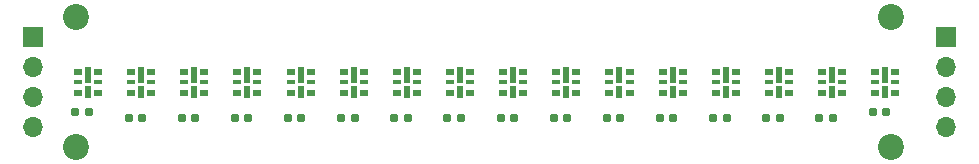
<source format=gbr>
%TF.GenerationSoftware,KiCad,Pcbnew,7.0.7*%
%TF.CreationDate,2024-07-29T17:51:35+02:00*%
%TF.ProjectId,LEDBAR,4c454442-4152-42e6-9b69-6361645f7063,rev?*%
%TF.SameCoordinates,Original*%
%TF.FileFunction,Soldermask,Top*%
%TF.FilePolarity,Negative*%
%FSLAX46Y46*%
G04 Gerber Fmt 4.6, Leading zero omitted, Abs format (unit mm)*
G04 Created by KiCad (PCBNEW 7.0.7) date 2024-07-29 17:51:35*
%MOMM*%
%LPD*%
G01*
G04 APERTURE LIST*
G04 Aperture macros list*
%AMRoundRect*
0 Rectangle with rounded corners*
0 $1 Rounding radius*
0 $2 $3 $4 $5 $6 $7 $8 $9 X,Y pos of 4 corners*
0 Add a 4 corners polygon primitive as box body*
4,1,4,$2,$3,$4,$5,$6,$7,$8,$9,$2,$3,0*
0 Add four circle primitives for the rounded corners*
1,1,$1+$1,$2,$3*
1,1,$1+$1,$4,$5*
1,1,$1+$1,$6,$7*
1,1,$1+$1,$8,$9*
0 Add four rect primitives between the rounded corners*
20,1,$1+$1,$2,$3,$4,$5,0*
20,1,$1+$1,$4,$5,$6,$7,0*
20,1,$1+$1,$6,$7,$8,$9,0*
20,1,$1+$1,$8,$9,$2,$3,0*%
G04 Aperture macros list end*
%ADD10RoundRect,0.155000X0.212500X0.155000X-0.212500X0.155000X-0.212500X-0.155000X0.212500X-0.155000X0*%
%ADD11R,0.800000X0.500000*%
%ADD12R,0.500000X1.000000*%
%ADD13R,0.800000X0.300000*%
%ADD14R,0.500000X1.480000*%
%ADD15C,2.200000*%
%ADD16R,1.700000X1.700000*%
%ADD17O,1.700000X1.700000*%
G04 APERTURE END LIST*
D10*
%TO.C,C13*%
X111567500Y-79500000D03*
X110432500Y-79500000D03*
%TD*%
D11*
%TO.C,D9*%
X98850000Y-77400000D03*
D12*
X98000000Y-77330000D03*
D13*
X98850000Y-76500000D03*
D11*
X98850000Y-75600000D03*
X97150000Y-75600000D03*
D13*
X97150000Y-76500000D03*
D14*
X98000000Y-75910000D03*
D11*
X97150000Y-77400000D03*
%TD*%
%TO.C,D12*%
X112350000Y-77400000D03*
D12*
X111500000Y-77330000D03*
D13*
X112350000Y-76500000D03*
D11*
X112350000Y-75600000D03*
X110650000Y-75600000D03*
D13*
X110650000Y-76500000D03*
D14*
X111500000Y-75910000D03*
D11*
X110650000Y-77400000D03*
%TD*%
D15*
%TO.C,H3*%
X130000000Y-71000000D03*
%TD*%
D10*
%TO.C,C3*%
X66567500Y-79500000D03*
X65432500Y-79500000D03*
%TD*%
D15*
%TO.C,H1*%
X61000000Y-82000000D03*
%TD*%
D11*
%TO.C,D4*%
X76350000Y-77400000D03*
D12*
X75500000Y-77330000D03*
D13*
X76350000Y-76500000D03*
D11*
X76350000Y-75600000D03*
X74650000Y-75600000D03*
D13*
X74650000Y-76500000D03*
D14*
X75500000Y-75910000D03*
D11*
X74650000Y-77400000D03*
%TD*%
%TO.C,D11*%
X107850000Y-77400000D03*
D12*
X107000000Y-77330000D03*
D13*
X107850000Y-76500000D03*
D11*
X107850000Y-75600000D03*
X106150000Y-75600000D03*
D13*
X106150000Y-76500000D03*
D14*
X107000000Y-75910000D03*
D11*
X106150000Y-77400000D03*
%TD*%
%TO.C,D15*%
X125850000Y-77400000D03*
D12*
X125000000Y-77330000D03*
D13*
X125850000Y-76500000D03*
D11*
X125850000Y-75600000D03*
X124150000Y-75600000D03*
D13*
X124150000Y-76500000D03*
D14*
X125000000Y-75910000D03*
D11*
X124150000Y-77400000D03*
%TD*%
%TO.C,D7*%
X89850000Y-77400000D03*
D12*
X89000000Y-77330000D03*
D13*
X89850000Y-76500000D03*
D11*
X89850000Y-75600000D03*
X88150000Y-75600000D03*
D13*
X88150000Y-76500000D03*
D14*
X89000000Y-75910000D03*
D11*
X88150000Y-77400000D03*
%TD*%
D15*
%TO.C,H2*%
X61000000Y-71000000D03*
%TD*%
D11*
%TO.C,D13*%
X116850000Y-77400000D03*
D12*
X116000000Y-77330000D03*
D13*
X116850000Y-76500000D03*
D11*
X116850000Y-75600000D03*
X115150000Y-75600000D03*
D13*
X115150000Y-76500000D03*
D14*
X116000000Y-75910000D03*
D11*
X115150000Y-77400000D03*
%TD*%
D10*
%TO.C,C17*%
X129567500Y-79000000D03*
X128432500Y-79000000D03*
%TD*%
%TO.C,C14*%
X116067500Y-79500000D03*
X114932500Y-79500000D03*
%TD*%
D15*
%TO.C,H4*%
X130000000Y-82000000D03*
%TD*%
D10*
%TO.C,C8*%
X89067500Y-79500000D03*
X87932500Y-79500000D03*
%TD*%
D11*
%TO.C,D3*%
X71850000Y-77400000D03*
D12*
X71000000Y-77330000D03*
D13*
X71850000Y-76500000D03*
D11*
X71850000Y-75600000D03*
X70150000Y-75600000D03*
D13*
X70150000Y-76500000D03*
D14*
X71000000Y-75910000D03*
D11*
X70150000Y-77400000D03*
%TD*%
D10*
%TO.C,C5*%
X75567500Y-79500000D03*
X74432500Y-79500000D03*
%TD*%
%TO.C,C9*%
X93567500Y-79500000D03*
X92432500Y-79500000D03*
%TD*%
D11*
%TO.C,D6*%
X85350000Y-77400000D03*
D12*
X84500000Y-77330000D03*
D13*
X85350000Y-76500000D03*
D11*
X85350000Y-75600000D03*
X83650000Y-75600000D03*
D13*
X83650000Y-76500000D03*
D14*
X84500000Y-75910000D03*
D11*
X83650000Y-77400000D03*
%TD*%
%TO.C,D1*%
X62850000Y-77400000D03*
D12*
X62000000Y-77330000D03*
D13*
X62850000Y-76500000D03*
D11*
X62850000Y-75600000D03*
X61150000Y-75600000D03*
D13*
X61150000Y-76500000D03*
D14*
X62000000Y-75910000D03*
D11*
X61150000Y-77400000D03*
%TD*%
%TO.C,D14*%
X121350000Y-77400000D03*
D12*
X120500000Y-77330000D03*
D13*
X121350000Y-76500000D03*
D11*
X121350000Y-75600000D03*
X119650000Y-75600000D03*
D13*
X119650000Y-76500000D03*
D14*
X120500000Y-75910000D03*
D11*
X119650000Y-77400000D03*
%TD*%
%TO.C,D8*%
X94350000Y-77400000D03*
D12*
X93500000Y-77330000D03*
D13*
X94350000Y-76500000D03*
D11*
X94350000Y-75600000D03*
X92650000Y-75600000D03*
D13*
X92650000Y-76500000D03*
D14*
X93500000Y-75910000D03*
D11*
X92650000Y-77400000D03*
%TD*%
D10*
%TO.C,C15*%
X120567500Y-79500000D03*
X119432500Y-79500000D03*
%TD*%
D11*
%TO.C,D10*%
X103350000Y-77400000D03*
D12*
X102500000Y-77330000D03*
D13*
X103350000Y-76500000D03*
D11*
X103350000Y-75600000D03*
X101650000Y-75600000D03*
D13*
X101650000Y-76500000D03*
D14*
X102500000Y-75910000D03*
D11*
X101650000Y-77400000D03*
%TD*%
%TO.C,D16*%
X130350000Y-77400000D03*
D12*
X129500000Y-77330000D03*
D13*
X130350000Y-76500000D03*
D11*
X130350000Y-75600000D03*
X128650000Y-75600000D03*
D13*
X128650000Y-76500000D03*
D14*
X129500000Y-75910000D03*
D11*
X128650000Y-77400000D03*
%TD*%
%TO.C,D2*%
X67350000Y-77400000D03*
D12*
X66500000Y-77330000D03*
D13*
X67350000Y-76500000D03*
D11*
X67350000Y-75600000D03*
X65650000Y-75600000D03*
D13*
X65650000Y-76500000D03*
D14*
X66500000Y-75910000D03*
D11*
X65650000Y-77400000D03*
%TD*%
D10*
%TO.C,C4*%
X71067500Y-79500000D03*
X69932500Y-79500000D03*
%TD*%
%TO.C,C12*%
X107067500Y-79500000D03*
X105932500Y-79500000D03*
%TD*%
%TO.C,C6*%
X80067500Y-79500000D03*
X78932500Y-79500000D03*
%TD*%
%TO.C,C7*%
X84567500Y-79500000D03*
X83432500Y-79500000D03*
%TD*%
D11*
%TO.C,D5*%
X80850000Y-77400000D03*
D12*
X80000000Y-77330000D03*
D13*
X80850000Y-76500000D03*
D11*
X80850000Y-75600000D03*
X79150000Y-75600000D03*
D13*
X79150000Y-76500000D03*
D14*
X80000000Y-75910000D03*
D11*
X79150000Y-77400000D03*
%TD*%
D10*
%TO.C,C11*%
X102567500Y-79500000D03*
X101432500Y-79500000D03*
%TD*%
%TO.C,C16*%
X125067500Y-79500000D03*
X123932500Y-79500000D03*
%TD*%
%TO.C,C10*%
X98067500Y-79500000D03*
X96932500Y-79500000D03*
%TD*%
%TO.C,C2*%
X62067500Y-79000000D03*
X60932500Y-79000000D03*
%TD*%
D16*
%TO.C,J1*%
X57375000Y-72700000D03*
D17*
X57375000Y-75240000D03*
X57375000Y-77780000D03*
X57375000Y-80320000D03*
%TD*%
D16*
%TO.C,J2*%
X134625000Y-72680000D03*
D17*
X134625000Y-75220000D03*
X134625000Y-77760000D03*
X134625000Y-80300000D03*
%TD*%
M02*

</source>
